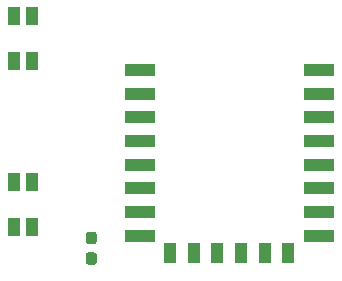
<source format=gbr>
%TF.GenerationSoftware,KiCad,Pcbnew,(5.1.6-0-10_14)*%
%TF.CreationDate,2020-10-08T00:08:50+03:00*%
%TF.ProjectId,ikea-fyrtur,696b6561-2d66-4797-9274-75722e6b6963,rev?*%
%TF.SameCoordinates,Original*%
%TF.FileFunction,Paste,Top*%
%TF.FilePolarity,Positive*%
%FSLAX46Y46*%
G04 Gerber Fmt 4.6, Leading zero omitted, Abs format (unit mm)*
G04 Created by KiCad (PCBNEW (5.1.6-0-10_14)) date 2020-10-08 00:08:50*
%MOMM*%
%LPD*%
G01*
G04 APERTURE LIST*
%ADD10R,1.050000X1.600000*%
%ADD11R,2.500000X1.000000*%
%ADD12R,1.000000X1.800000*%
G04 APERTURE END LIST*
D10*
%TO.C,SW4*%
X91122500Y-76390500D03*
X91122500Y-80200500D03*
X92583000Y-80200500D03*
X92583000Y-76390500D03*
%TD*%
%TO.C,SW3*%
X91122500Y-90424000D03*
X91122500Y-94234000D03*
X92583000Y-94234000D03*
X92583000Y-90424000D03*
%TD*%
%TO.C,C4*%
G36*
G01*
X97400100Y-96412800D02*
X97875100Y-96412800D01*
G75*
G02*
X98112600Y-96650300I0J-237500D01*
G01*
X98112600Y-97225300D01*
G75*
G02*
X97875100Y-97462800I-237500J0D01*
G01*
X97400100Y-97462800D01*
G75*
G02*
X97162600Y-97225300I0J237500D01*
G01*
X97162600Y-96650300D01*
G75*
G02*
X97400100Y-96412800I237500J0D01*
G01*
G37*
G36*
G01*
X97400100Y-94662800D02*
X97875100Y-94662800D01*
G75*
G02*
X98112600Y-94900300I0J-237500D01*
G01*
X98112600Y-95475300D01*
G75*
G02*
X97875100Y-95712800I-237500J0D01*
G01*
X97400100Y-95712800D01*
G75*
G02*
X97162600Y-95475300I0J237500D01*
G01*
X97162600Y-94900300D01*
G75*
G02*
X97400100Y-94662800I237500J0D01*
G01*
G37*
%TD*%
D11*
%TO.C,U2*%
X116921600Y-80980400D03*
X116921600Y-82980400D03*
X116921600Y-84980400D03*
X116921600Y-86980400D03*
X116921600Y-88980400D03*
X116921600Y-90980400D03*
X116921600Y-92980400D03*
X116921600Y-94980400D03*
D12*
X114321600Y-96480400D03*
X112321600Y-96480400D03*
X110321600Y-96480400D03*
X108321600Y-96480400D03*
X106321600Y-96480400D03*
X104321600Y-96480400D03*
D11*
X101721600Y-94980400D03*
X101721600Y-92980400D03*
X101721600Y-90980400D03*
X101721600Y-88980400D03*
X101721600Y-86980400D03*
X101721600Y-84980400D03*
X101721600Y-82980400D03*
X101721600Y-80980400D03*
%TD*%
M02*

</source>
